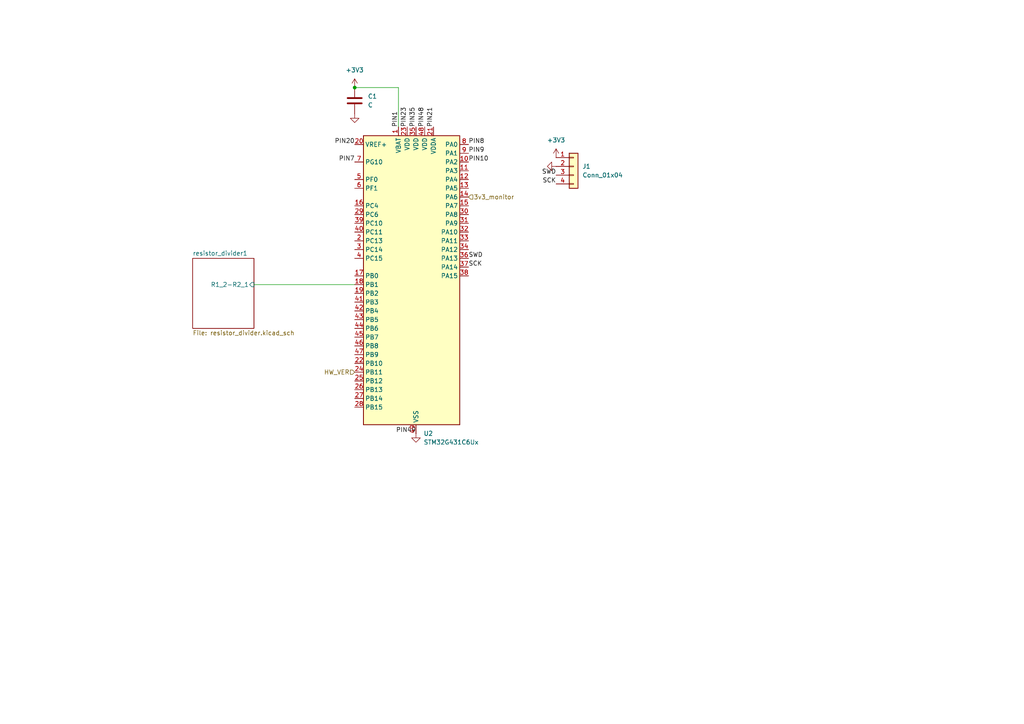
<source format=kicad_sch>
(kicad_sch (version 20231120) (generator "eeschema") (generator_version "8.0")
  (paper "A4")
  (lib_symbols
    (symbol "Connector_Generic:Conn_01x04" (pin_names (offset 1.016) hide)
      (property "Reference" "J" (at 0 5.08 0))
      (property "Value" "Conn_01x04" (at 0 -7.62 0))
      (symbol "Conn_01x04_1_1"
        (rectangle (start -1.27 -4.953) (end 0 -5.207) (stroke (width 0.1524)))
        (rectangle (start -1.27 -2.413) (end 0 -2.667) (stroke (width 0.1524)))
        (rectangle (start -1.27 0.127) (end 0 -0.127) (stroke (width 0.1524)))
        (rectangle (start -1.27 2.667) (end 0 2.413) (stroke (width 0.1524)))
        (rectangle (start -1.27 3.81) (end 1.27 -6.35) (stroke (width 0.254)) (fill (type background)))
        (pin passive line (at -5.08 2.54 0) (length 3.81) (name "Pin_1") (number "1"))
        (pin passive line (at -5.08 0 0) (length 3.81) (name "Pin_2") (number "2"))
        (pin passive line (at -5.08 -2.54 0) (length 3.81) (name "Pin_3") (number "3"))
        (pin passive line (at -5.08 -5.08 0) (length 3.81) (name "Pin_4") (number "4"))
      )
    )
    (symbol "Device:C" (pin_numbers hide) (pin_names (offset 0.254))
      (property "Reference" "C" (at 0.635 2.54 0))
      (property "Value" "C" (at 0.635 -2.54 0))
      (symbol "C_0_1"
        (polyline (pts (xy -2.032 -0.762) (xy 2.032 -0.762)) (stroke (width 0.508)))
        (polyline (pts (xy -2.032 0.762) (xy 2.032 0.762)) (stroke (width 0.508)))
      )
      (symbol "C_1_1"
        (pin passive line (at 0 3.81 270) (length 2.794) (name "~") (number "1"))
        (pin passive line (at 0 -3.81 90) (length 2.794) (name "~") (number "2"))
      )
    )
    (symbol "MCU_ST_STM32G4:STM32G431C6Ux"
      (property "Reference" "U" (at -12.7 44.45 0))
      (property "Value" "STM32G431C6Ux" (at 10.16 44.45 0))
      (symbol "STM32G431C6Ux_0_1"
        (rectangle (start -12.7 -40.64) (end 15.24 43.18) (stroke (width 0.254)) (fill (type background)))
      )
      (symbol "STM32G431C6Ux_1_1"
        (pin power_in line (at -2.54 45.72 270) (length 2.54) (name "VBAT") (number "1"))
        (pin bidirectional line (at 17.78 35.56 180) (length 2.54) (name "PA2") (number "10"))
        (pin bidirectional line (at 17.78 33.02 180) (length 2.54) (name "PA3") (number "11"))
        (pin bidirectional line (at 17.78 30.48 180) (length 2.54) (name "PA4") (number "12"))
        (pin bidirectional line (at 17.78 27.94 180) (length 2.54) (name "PA5") (number "13"))
        (pin bidirectional line (at 17.78 25.4 180) (length 2.54) (name "PA6") (number "14"))
        (pin bidirectional line (at 17.78 22.86 180) (length 2.54) (name "PA7") (number "15"))
        (pin bidirectional line (at -15.24 22.86 0) (length 2.54) (name "PC4") (number "16"))
        (pin bidirectional line (at -15.24 2.54 0) (length 2.54) (name "PB0") (number "17"))
        (pin bidirectional line (at -15.24 0 0) (length 2.54) (name "PB1") (number "18"))
        (pin bidirectional line (at -15.24 -2.54 0) (length 2.54) (name "PB2") (number "19"))
        (pin bidirectional line (at -15.24 12.7 0) (length 2.54) (name "PC13") (number "2"))
        (pin input line (at -15.24 40.64 0) (length 2.54) (name "VREF+") (number "20"))
        (pin power_in line (at 7.62 45.72 270) (length 2.54) (name "VDDA") (number "21"))
        (pin bidirectional line (at -15.24 -22.86 0) (length 2.54) (name "PB10") (number "22"))
        (pin power_in line (at 0 45.72 270) (length 2.54) (name "VDD") (number "23"))
        (pin bidirectional line (at -15.24 -25.4 0) (length 2.54) (name "PB11") (number "24"))
        (pin bidirectional line (at -15.24 -27.94 0) (length 2.54) (name "PB12") (number "25"))
        (pin bidirectional line (at -15.24 -30.48 0) (length 2.54) (name "PB13") (number "26"))
        (pin bidirectional line (at -15.24 -33.02 0) (length 2.54) (name "PB14") (number "27"))
        (pin bidirectional line (at -15.24 -35.56 0) (length 2.54) (name "PB15") (number "28"))
        (pin bidirectional line (at -15.24 20.32 0) (length 2.54) (name "PC6") (number "29"))
        (pin bidirectional line (at -15.24 10.16 0) (length 2.54) (name "PC14") (number "3"))
        (pin bidirectional line (at 17.78 20.32 180) (length 2.54) (name "PA8") (number "30"))
        (pin bidirectional line (at 17.78 17.78 180) (length 2.54) (name "PA9") (number "31"))
        (pin bidirectional line (at 17.78 15.24 180) (length 2.54) (name "PA10") (number "32"))
        (pin bidirectional line (at 17.78 12.7 180) (length 2.54) (name "PA11") (number "33"))
        (pin bidirectional line (at 17.78 10.16 180) (length 2.54) (name "PA12") (number "34"))
        (pin power_in line (at 2.54 45.72 270) (length 2.54) (name "VDD") (number "35"))
        (pin bidirectional line (at 17.78 7.62 180) (length 2.54) (name "PA13") (number "36"))
        (pin bidirectional line (at 17.78 5.08 180) (length 2.54) (name "PA14") (number "37"))
        (pin bidirectional line (at 17.78 2.54 180) (length 2.54) (name "PA15") (number "38"))
        (pin bidirectional line (at -15.24 17.78 0) (length 2.54) (name "PC10") (number "39"))
        (pin bidirectional line (at -15.24 7.62 0) (length 2.54) (name "PC15") (number "4"))
        (pin bidirectional line (at -15.24 15.24 0) (length 2.54) (name "PC11") (number "40"))
        (pin bidirectional line (at -15.24 -5.08 0) (length 2.54) (name "PB3") (number "41"))
        (pin bidirectional line (at -15.24 -7.62 0) (length 2.54) (name "PB4") (number "42"))
        (pin bidirectional line (at -15.24 -10.16 0) (length 2.54) (name "PB5") (number "43"))
        (pin bidirectional line (at -15.24 -12.7 0) (length 2.54) (name "PB6") (number "44"))
        (pin bidirectional line (at -15.24 -15.24 0) (length 2.54) (name "PB7") (number "45"))
        (pin bidirectional line (at -15.24 -17.78 0) (length 2.54) (name "PB8") (number "46"))
        (pin bidirectional line (at -15.24 -20.32 0) (length 2.54) (name "PB9") (number "47"))
        (pin power_in line (at 5.08 45.72 270) (length 2.54) (name "VDD") (number "48"))
        (pin power_in line (at 2.54 -43.18 90) (length 2.54) (name "VSS") (number "49"))
        (pin bidirectional line (at -15.24 30.48 0) (length 2.54) (name "PF0") (number "5"))
        (pin bidirectional line (at -15.24 27.94 0) (length 2.54) (name "PF1") (number "6"))
        (pin bidirectional line (at -15.24 35.56 0) (length 2.54) (name "PG10") (number "7"))
        (pin bidirectional line (at 17.78 40.64 180) (length 2.54) (name "PA0") (number "8"))
        (pin bidirectional line (at 17.78 38.1 180) (length 2.54) (name "PA1") (number "9"))
      )
    )
    (symbol "power:+3V3" (power) (pin_numbers hide) (pin_names (offset 0) hide)
      (property "Value" "+3V3" (at 0 3.556 0))
      (symbol "+3V3_0_1"
        (polyline (pts (xy -0.762 1.27) (xy 0 2.54)))
        (polyline (pts (xy 0 0) (xy 0 2.54)))
        (polyline (pts (xy 0 2.54) (xy 0.762 1.27)))
      )
      (symbol "+3V3_1_1"
        (pin power_in line (at 0 0 90) (length 0) (name "~") (number "1"))
      )
    )
    (symbol "power:GND" (power) (pin_numbers hide) (pin_names (offset 0) hide)
      (property "Value" "GND" (at 0 -3.81 0))
      (symbol "GND_0_1"
        (polyline (pts (xy 0 0) (xy 0 -1.27) (xy 1.27 -1.27) (xy 0 -2.54) (xy -1.27 -1.27) (xy 0 -1.27)))
      )
      (symbol "GND_1_1"
        (pin power_in line (at 0 0 270) (length 0) (name "~") (number "1"))
      )
    )
  )
  (junction (at 102.87 25.4))
  (wire (pts (xy 73.66 82.55) (xy 102.87 82.55)))
  (wire (pts (xy 115.57 25.4) (xy 102.87 25.4)))
  (wire (pts (xy 115.57 25.4) (xy 115.57 36.83)))
  (label "PIN8" (at 135.89 41.91 0))
  (label "PIN20" (at 102.87 41.91 180))
  (label "PIN1" (at 115.57 36.83 90))
  (label "PIN49" (at 120.65 125.73 180))
  (label "SWD" (at 161.29 50.8 180))
  (label "SWD" (at 135.89 74.93 0))
  (label "PIN9" (at 135.89 44.45 0))
  (label "PIN10" (at 135.89 46.99 0))
  (label "PIN23" (at 118.11 36.83 90))
  (label "PIN48" (at 123.19 36.83 90))
  (label "SCK" (at 161.29 53.34 180))
  (label "PIN7" (at 102.87 46.99 180))
  (label "PIN35" (at 120.65 36.83 90))
  (label "PIN21" (at 125.73 36.83 90))
  (label "SCK" (at 135.89 77.47 0))
  (hierarchical_label "3v3_monitor" (shape input) (at 135.89 57.15 0))
  (hierarchical_label "HW_VER" (shape input) (at 102.87 107.95 180))
  (symbol (lib_id "power:GND") (at 102.87 33.02 0) (unit 1)
    (property "Reference" "#PWR02" (effects (hide yes)))
    (property "Value" "GND" (effects (hide yes)))
    (property "Description" "Power symbol creates a global label with name \"GND\" , ground" (effects (hide yes)))
  )
  (symbol (lib_id "Connector_Generic:Conn_01x04") (at 166.37 48.26 0) (unit 1)
    (property "Reference" "J1" (at 168.91 48.2599 0) (effects (justify left)))
    (property "Value" "Conn_01x04" (at 168.91 50.7999 0) (effects (justify left)))
    (property "Description" "Generic connector, single row, 01x04, script generated (kicad-library-utils/schlib/autogen/connector/)" (effects (hide yes)))
  )
  (symbol (lib_id "Device:C") (at 102.87 29.21 0) (unit 1)
    (property "Reference" "C1" (at 106.68 27.9399 0) (effects (justify left)))
    (property "Value" "C" (at 106.68 30.4799 0) (effects (justify left)))
    (property "Footprint" "Capacitor_SMD:C_0603_1608Metric" (effects (hide yes)))
    (property "Description" "Unpolarized capacitor" (effects (hide yes)))
  )
  (symbol (lib_id "MCU_ST_STM32G4:STM32G431C6Ux") (at 118.11 82.55 0) (unit 1)
    (property "Reference" "U2" (at 122.8441 125.73 0) (effects (justify left)))
    (property "Value" "STM32G431C6Ux" (at 122.8441 128.27 0) (effects (justify left)))
    (property "Footprint" "Package_DFN_QFN:QFN-48-1EP_7x7mm_P0.5mm_EP5.6x5.6mm" (effects (hide yes)))
    (property "Datasheet" "https://www.st.com/resource/en/datasheet/stm32g431c6.pdf" (effects (hide yes)))
    (property "Description" "STMicroelectronics Arm Cortex-M4 MCU, 32KB flash, 32KB RAM, 170 MHz, 1.71-3.6V, 42 GPIO, UFQFPN48" (effects (hide yes)))
  )
  (symbol (lib_id "power:GND") (at 161.29 48.26 270) (unit 1)
    (property "Reference" "#PWR014" (effects (hide yes)))
    (property "Value" "GND" (effects (hide yes)))
    (property "Description" "Power symbol creates a global label with name \"GND\" , ground" (effects (hide yes)))
  )
  (symbol (lib_id "power:+3V3") (at 161.29 45.72 0) (unit 1)
    (property "Reference" "#PWR013" (effects (hide yes)))
    (property "Value" "+3V3" (at 161.29 40.64 0))
    (property "Description" "Power symbol creates a global label with name \"+3V3\"" (effects (hide yes)))
  )
  (symbol (lib_id "power:+3V3") (at 102.87 25.4 0) (unit 1)
    (property "Reference" "#PWR01" (effects (hide yes)))
    (property "Value" "+3V3" (at 102.87 20.32 0))
    (property "Description" "Power symbol creates a global label with name \"+3V3\"" (effects (hide yes)))
  )
  (symbol (lib_id "power:GND") (at 120.65 125.73 0) (unit 1)
    (property "Reference" "#PWR05" (effects (hide yes)))
    (property "Value" "GND" (effects (hide yes)))
    (property "Description" "Power symbol creates a global label with name \"GND\" , ground" (effects (hide yes)))
  )
  (sheet (at 55.88 74.93) (size 17.78 20.32) (stroke (width 0.1524))
    (property "Sheetname" "resistor_divider1" (at 55.88 74.2184 0) (effects (justify left bottom)))
    (property "Sheetfile" "resistor_divider.kicad_sch" (at 55.88 95.8346 0) (effects (justify left top)))
    (pin "R1_2-R2_1" input (at 73.66 82.55 0))
  )
)
</source>
